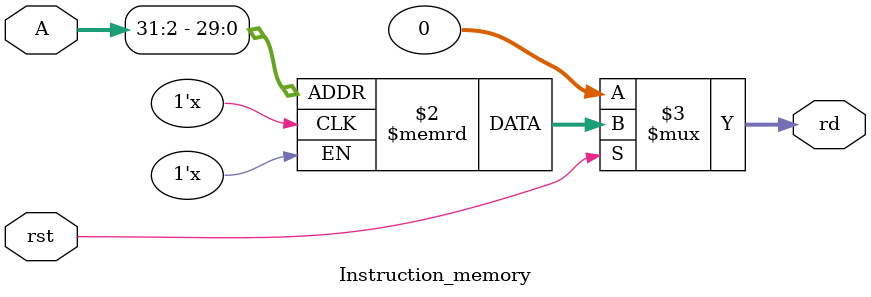
<source format=v>
`timescale 1ns / 1ps


module Instruction_memory(rst,A,rd);
 input rst;
 input [31:0] A;
 output [31:0] rd;
 reg [31:0] mem [1023:0];
 assign rd = (rst==1'b0) ? 32'b0 : mem[A[31:2]];
 
endmodule

</source>
